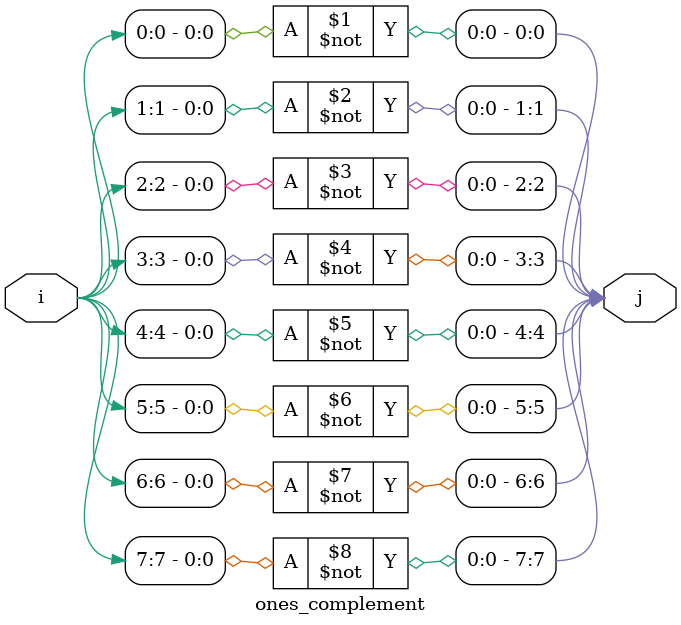
<source format=v>
module ones_complement (i, j);

input [7:0] i;
output [7:0] j; 

not not_0 (j[0], i[0]);
not not_1 (j[1], i[1]);
not not_2 (j[2], i[2]);
not not_3 (j[3], i[3]);
not not_4 (j[4], i[4]);
not not_5 (j[5], i[5]);
not not_6 (j[6], i[6]);
not not_7 (j[7], i[7]);
/*not not_8 (j[8], i[8]);
not not_9 (j[9], i[9]);
not not_10 (j[10], i[10]);
not not_11 (j[11], i[11]);
not not_12 (j[12], i[12]);
not not_13 (j[13], i[13]);
not not_14 (j[14], i[14]);
not not_15 (j[15], i[15]);
not not_16 (j[16], i[16]);
not not_17 (j[17], i[17]);
not not_18 (j[18], i[18]);
not not_19 (j[19], i[19]);
not not_20 (j[20], i[20]);
not not_21 (j[21], i[21]);
not not_22 (j[22], i[22]);
not not_23 (j[23], i[23]);
not not_24 (j[24], i[24]);
not not_25 (j[25], i[25]);
not not_26 (j[26], i[26]);
not not_27 (j[27], i[27]);
not not_28 (j[28], i[28]);
not not_29 (j[29], i[29]);
not not_30 (j[30], i[30]);
not not_31 (j[31], i[31]);*/

endmodule

</source>
